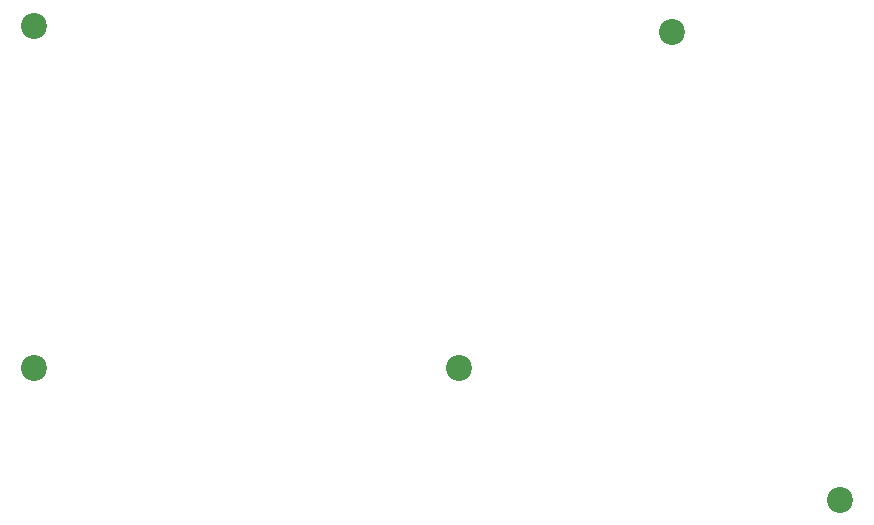
<source format=gbl>
G04 #@! TF.GenerationSoftware,KiCad,Pcbnew,7.0.2-0*
G04 #@! TF.CreationDate,2023-06-12T23:03:55+02:00*
G04 #@! TF.ProjectId,plates,706c6174-6573-42e6-9b69-6361645f7063,0.4.3*
G04 #@! TF.SameCoordinates,Original*
G04 #@! TF.FileFunction,Copper,L2,Bot*
G04 #@! TF.FilePolarity,Positive*
%FSLAX46Y46*%
G04 Gerber Fmt 4.6, Leading zero omitted, Abs format (unit mm)*
G04 Created by KiCad (PCBNEW 7.0.2-0) date 2023-06-12 23:03:55*
%MOMM*%
%LPD*%
G01*
G04 APERTURE LIST*
G04 #@! TA.AperFunction,ComponentPad*
%ADD10C,2.200000*%
G04 #@! TD*
G04 APERTURE END LIST*
D10*
X148510701Y-123849903D03*
X116229546Y-112739469D03*
X80229546Y-112739970D03*
X80229545Y-83739972D03*
X134228545Y-84239474D03*
M02*

</source>
